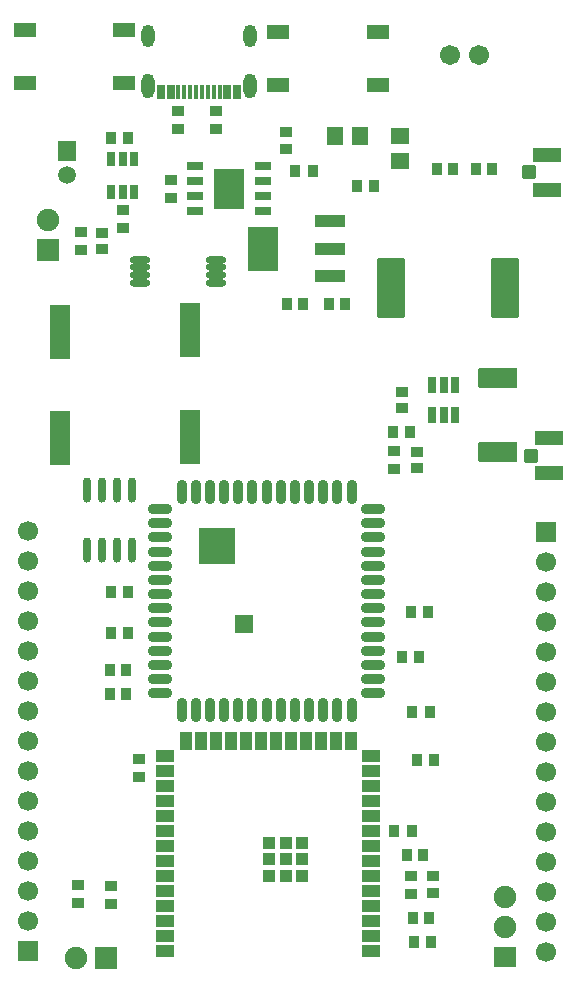
<source format=gts>
G04 Layer: TopSolderMaskLayer*
G04 EasyEDA v6.5.54, 2026-02-06 19:08:49*
G04 4cf94d710e704693a343972755933389,ab8ce68afc924fbca291fda1b5b5a17a,10*
G04 Gerber Generator version 0.2*
G04 Scale: 100 percent, Rotated: No, Reflected: No *
G04 Dimensions in millimeters *
G04 leading zeros omitted , absolute positions ,4 integer and 5 decimal *
%FSLAX45Y45*%
%MOMM*%

%AMMACRO1*4,1,8,-0.7207,-0.812,-0.75,-0.7827,-0.75,0.7827,-0.7207,0.812,0.7207,0.812,0.75,0.7827,0.75,-0.7827,0.7207,-0.812,-0.7207,-0.812,0*%
%AMMACRO2*4,1,8,-0.9211,-0.9508,-0.9508,-0.921,-0.9508,0.9211,-0.9211,0.9508,0.921,0.9508,0.9508,0.9211,0.9508,-0.921,0.921,-0.9508,-0.9211,-0.9508,0*%
%AMMACRO3*4,1,8,-0.9211,-0.5508,-0.9508,-0.521,-0.9508,0.5211,-0.9211,0.5508,0.921,0.5508,0.9508,0.5211,0.9508,-0.521,0.921,-0.5508,-0.9211,-0.5508,0*%
%AMMACRO4*4,1,8,-0.2711,-0.6008,-0.3008,-0.571,-0.3008,0.5711,-0.2711,0.6008,0.271,0.6008,0.3008,0.5711,0.3008,-0.571,0.271,-0.6008,-0.2711,-0.6008,0*%
%AMMACRO5*4,1,8,-0.1711,-0.6008,-0.2008,-0.571,-0.2008,0.5711,-0.1711,0.6008,0.171,0.6008,0.2008,0.5711,0.2008,-0.571,0.171,-0.6008,-0.1711,-0.6008,0*%
%AMMACRO6*4,1,8,-0.846,-2.3008,-0.8758,-2.271,-0.8758,2.2711,-0.846,2.3008,0.846,2.3008,0.8758,2.2711,0.8758,-2.271,0.846,-2.3008,-0.846,-2.3008,0*%
%AMMACRO7*4,1,8,-0.7208,-0.701,-0.7506,-0.6713,-0.7506,0.6713,-0.7208,0.701,0.7208,0.701,0.7506,0.6713,0.7506,-0.6713,0.7208,-0.701,-0.7208,-0.701,0*%
%AMMACRO8*4,1,8,-0.6713,-0.7506,-0.701,-0.7208,-0.701,0.7208,-0.6713,0.7506,0.6713,0.7506,0.701,0.7208,0.701,-0.7208,0.6713,-0.7506,-0.6713,-0.7506,0*%
%AMMACRO9*4,1,8,-0.4531,-0.454,-0.4828,-0.4243,-0.4828,0.4243,-0.4531,0.454,0.453,0.454,0.4828,0.4243,0.4828,-0.4243,0.453,-0.454,-0.4531,-0.454,0*%
%AMMACRO10*4,1,8,-0.6211,-0.3508,-0.6508,-0.321,-0.6508,0.3211,-0.6211,0.3508,0.621,0.3508,0.6508,0.3211,0.6508,-0.321,0.621,-0.3508,-0.6211,-0.3508,0*%
%AMMACRO11*4,1,8,-1.2211,-1.7008,-1.2508,-1.671,-1.2508,1.6711,-1.2211,1.7008,1.221,1.7008,1.2508,1.6711,1.2508,-1.671,1.221,-1.7008,-1.2211,-1.7008,0*%
%AMMACRO12*4,1,8,-1.2561,-0.5408,-1.2858,-0.511,-1.2858,0.5111,-1.2561,0.5408,1.256,0.5408,1.2858,0.5111,1.2858,-0.511,1.256,-0.5408,-1.2561,-0.5408,0*%
%AMMACRO13*4,1,8,-1.2561,-0.5408,-1.2858,-0.511,-1.2858,0.511,-1.2561,0.5408,1.256,0.5408,1.2858,0.511,1.2858,-0.511,1.256,-0.5408,-1.2561,-0.5408,0*%
%AMMACRO14*4,1,8,-1.2561,-1.8508,-1.2858,-1.821,-1.2858,1.8211,-1.2561,1.8508,1.256,1.8508,1.2858,1.8211,1.2858,-1.821,1.256,-1.8508,-1.2561,-1.8508,0*%
%AMMACRO15*4,1,8,-0.4243,-0.4828,-0.454,-0.453,-0.454,0.4531,-0.4243,0.4828,0.4243,0.4828,0.454,0.4531,0.454,-0.453,0.4243,-0.4828,-0.4243,-0.4828,0*%
%AMMACRO16*4,1,8,-0.4711,-0.4508,-0.5008,-0.421,-0.5008,0.4211,-0.4711,0.4508,0.471,0.4508,0.5008,0.4211,0.5008,-0.421,0.471,-0.4508,-0.4711,-0.4508,0*%
%AMMACRO17*4,1,8,-0.4211,-0.5008,-0.4508,-0.471,-0.4508,0.4711,-0.4211,0.5008,0.421,0.5008,0.4508,0.4711,0.4508,-0.471,0.421,-0.5008,-0.4211,-0.5008,0*%
%AMMACRO18*4,1,8,-1.6213,-0.8128,-1.651,-0.783,-1.651,0.7831,-1.6213,0.8128,1.6212,0.8128,1.651,0.7831,1.651,-0.783,1.6212,-0.8128,-1.6213,-0.8128,0*%
%AMMACRO19*4,1,8,-0.3171,-0.6016,-0.3766,-0.5421,-0.3766,0.5421,-0.3171,0.6016,0.3171,0.6016,0.3766,0.5421,0.3766,-0.5421,0.3171,-0.6016,-0.3171,-0.6016,0*%
%AMMACRO20*4,1,8,-0.3211,-0.6508,-0.3508,-0.621,-0.3508,0.6211,-0.3211,0.6508,0.321,0.6508,0.3508,0.6211,0.3508,-0.621,0.321,-0.6508,-0.3211,-0.6508,0*%
%AMMACRO21*4,1,8,-1.1211,-2.5008,-1.1508,-2.471,-1.1508,2.4711,-1.1211,2.5008,1.121,2.5008,1.1508,2.4711,1.1508,-2.471,1.121,-2.5008,-1.1211,-2.5008,0*%
%AMMACRO22*4,1,8,-1.5207,-1.55,-1.55,-1.5207,-1.55,1.5207,-1.5207,1.55,1.5207,1.55,1.55,1.5207,1.55,-1.5207,1.5207,-1.55,-1.5207,-1.55,0*%
%AMMACRO23*4,1,8,-0.7707,-0.8,-0.8,-0.7707,-0.8,0.7707,-0.7707,0.8,0.7707,0.8,0.8,0.7707,0.8,-0.7707,0.7707,-0.8,-0.7707,-0.8,0*%
%AMMACRO24*4,1,8,-0.7707,-0.5,-0.8,-0.4707,-0.8,0.4707,-0.7707,0.5,0.7707,0.5,0.8,0.4707,0.8,-0.4707,0.7707,-0.5,-0.7707,-0.5,0*%
%AMMACRO25*4,1,8,-0.4707,-0.8,-0.5,-0.7707,-0.5,0.7707,-0.4707,0.8,0.4707,0.8,0.5,0.7707,0.5,-0.7707,0.4707,-0.8,-0.4707,-0.8,0*%
%AMMACRO26*4,1,8,-0.4711,-0.5008,-0.5008,-0.471,-0.5008,0.4711,-0.4711,0.5008,0.4711,0.5008,0.5008,0.4711,0.5008,-0.471,0.4711,-0.5008,-0.4711,-0.5008,0*%
%AMMACRO27*4,1,8,-0.4711,-0.5008,-0.5008,-0.471,-0.5008,0.4711,-0.4711,0.5008,0.471,0.5008,0.5008,0.4711,0.5008,-0.471,0.471,-0.5008,-0.4711,-0.5008,0*%
%AMMACRO28*4,1,8,-0.4711,-0.5008,-0.5008,-0.4711,-0.5008,0.4711,-0.4711,0.5008,0.4711,0.5008,0.5008,0.4711,0.5008,-0.4711,0.4711,-0.5008,-0.4711,-0.5008,0*%
%AMMACRO29*4,1,8,-0.4711,-0.5008,-0.5008,-0.4711,-0.5008,0.4711,-0.4711,0.5008,0.471,0.5008,0.5008,0.4711,0.5008,-0.4711,0.471,-0.5008,-0.4711,-0.5008,0*%
%AMMACRO30*4,1,8,-0.8207,-0.85,-0.85,-0.8207,-0.85,0.8207,-0.8207,0.85,0.8207,0.85,0.85,0.8207,0.85,-0.8207,0.8207,-0.85,-0.8207,-0.85,0*%
%AMMACRO31*4,1,8,-0.9211,-0.8382,-0.9508,-0.8084,-0.9508,0.8085,-0.9211,0.8382,0.921,0.8382,0.9508,0.8085,0.9508,-0.8084,0.921,-0.8382,-0.9211,-0.8382,0*%
%AMMACRO32*4,1,8,-0.546,-0.5508,-0.5758,-0.521,-0.5758,0.5211,-0.546,0.5508,0.546,0.5508,0.5758,0.5211,0.5758,-0.521,0.546,-0.5508,-0.546,-0.5508,0*%
%AMMACRO33*4,1,8,-1.1211,-0.5758,-1.1508,-0.546,-1.1508,0.546,-1.1211,0.5758,1.121,0.5758,1.1508,0.546,1.1508,-0.546,1.121,-0.5758,-1.1211,-0.5758,0*%
%ADD10MACRO1*%
%ADD11C,1.5000*%
%ADD12C,1.9016*%
%ADD13MACRO2*%
%ADD14MACRO3*%
%ADD15MACRO4*%
%ADD16MACRO5*%
%ADD17O,1.101598X2.101596*%
%ADD18O,0.0163X2.101596*%
%ADD19O,1.101598X1.901596*%
%ADD20MACRO6*%
%ADD21MACRO7*%
%ADD22MACRO8*%
%ADD23MACRO9*%
%ADD24MACRO10*%
%ADD25MACRO11*%
%ADD26MACRO12*%
%ADD27MACRO13*%
%ADD28MACRO14*%
%ADD29MACRO15*%
%ADD30MACRO16*%
%ADD31MACRO17*%
%ADD32MACRO18*%
%ADD33O,1.703197X0.603199*%
%ADD34MACRO19*%
%ADD35MACRO20*%
%ADD36MACRO21*%
%ADD37C,1.7016*%
%ADD38O,0.900024X2.100021*%
%ADD39O,2.100021X0.900024*%
%ADD40MACRO22*%
%ADD41MACRO23*%
%ADD42MACRO24*%
%ADD43MACRO25*%
%ADD44MACRO26*%
%ADD45MACRO27*%
%ADD46MACRO28*%
%ADD47MACRO29*%
%ADD48O,0.68961X2.146605*%
%ADD49MACRO30*%
%ADD50C,1.7000*%
%ADD51MACRO31*%
%ADD52MACRO32*%
%ADD53MACRO33*%

%LPD*%
D10*
G01*
X1333423Y2551099D03*
D11*
G01*
X1333423Y2351100D03*
D12*
G01*
X1168400Y1968500D03*
D13*
G01*
X1168400Y1714500D03*
D14*
G01*
X1817098Y3127865D03*
G01*
X1817098Y3577877D03*
G01*
X977099Y3127865D03*
G01*
X977099Y3577877D03*
G01*
X3963398Y3115165D03*
G01*
X3963398Y3565177D03*
G01*
X3123399Y3115165D03*
G01*
X3123399Y3565177D03*
D15*
G01*
X2131160Y3051938D03*
G01*
X2211144Y3051938D03*
D16*
G01*
X2276143Y3051963D03*
G01*
X2326181Y3051862D03*
G01*
X2376143Y3051963D03*
G01*
X2426155Y3051963D03*
G01*
X2476143Y3051963D03*
G01*
X2526155Y3051963D03*
G01*
X2576142Y3051963D03*
G01*
X2626155Y3051862D03*
D15*
G01*
X2691154Y3051938D03*
G01*
X2771138Y3051938D03*
D17*
G01*
X2883154Y3106978D03*
G01*
X2019147Y3106953D03*
D19*
G01*
X2019147Y3526967D03*
G01*
X2883154Y3526967D03*
D20*
G01*
X1270000Y1021497D03*
G01*
X1270000Y121502D03*
G01*
X2374900Y1034197D03*
G01*
X2374900Y134202D03*
D21*
G01*
X4152900Y2683128D03*
G01*
X4152900Y2473071D03*
D22*
G01*
X3603370Y2679700D03*
G01*
X3813429Y2679700D03*
D23*
G01*
X2590800Y2744075D03*
G01*
X2590800Y2894724D03*
G01*
X2273300Y2744075D03*
G01*
X2273300Y2894724D03*
D24*
G01*
X2414269Y2425700D03*
G01*
X2414269Y2298700D03*
G01*
X2414269Y2171700D03*
G01*
X2414269Y2044700D03*
G01*
X2995930Y2044700D03*
G01*
X2995930Y2171700D03*
G01*
X2995930Y2298700D03*
G01*
X2995930Y2425700D03*
D25*
G01*
X2705100Y2235198D03*
D26*
G01*
X3560099Y1497199D03*
D27*
G01*
X3560099Y1727200D03*
D26*
G01*
X3560099Y1957200D03*
D28*
G01*
X2993100Y1727200D03*
D29*
G01*
X3264775Y2387600D03*
G01*
X3415424Y2387600D03*
G01*
X3936124Y2260600D03*
G01*
X3785475Y2260600D03*
D23*
G01*
X2209800Y2159875D03*
G01*
X2209800Y2310524D03*
G01*
X1803400Y2056524D03*
G01*
X1803400Y1905875D03*
G01*
X1447800Y1715375D03*
G01*
X1447800Y1866024D03*
G01*
X4102100Y11824D03*
G01*
X4102100Y-138824D03*
D30*
G01*
X1625600Y1720700D03*
G01*
X1625600Y1860699D03*
D31*
G01*
X1708000Y2667000D03*
G01*
X1847999Y2667000D03*
D30*
G01*
X3187700Y2571600D03*
G01*
X3187700Y2711599D03*
G01*
X4292600Y6499D03*
G01*
X4292600Y-133499D03*
G01*
X4165600Y374500D03*
G01*
X4165600Y514499D03*
D32*
G01*
X4978400Y6350D03*
G01*
X4978400Y628650D03*
D33*
G01*
X2593340Y1439163D03*
G01*
X2593340Y1504187D03*
G01*
X2593340Y1569212D03*
G01*
X2593340Y1634236D03*
G01*
X1953259Y1439163D03*
G01*
X1953259Y1504187D03*
G01*
X1953259Y1569212D03*
G01*
X1953259Y1634236D03*
D34*
G01*
X1898396Y2209495D03*
G01*
X1803400Y2209495D03*
G01*
X1708403Y2209495D03*
G01*
X1708403Y2489504D03*
G01*
X1803400Y2489504D03*
G01*
X1898396Y2489504D03*
D35*
G01*
X4426198Y574499D03*
G01*
X4521200Y574499D03*
G01*
X4616201Y574499D03*
G01*
X4616201Y314500D03*
G01*
X4521200Y314500D03*
G01*
X4426198Y314500D03*
D36*
G01*
X4079300Y1396998D03*
G01*
X5039299Y1396998D03*
D31*
G01*
X3549500Y1257300D03*
G01*
X3689499Y1257300D03*
G01*
X3333899Y1257300D03*
G01*
X3193900Y1257300D03*
G01*
X4400699Y-3937000D03*
G01*
X4260700Y-3937000D03*
G01*
X4413399Y-4140200D03*
G01*
X4273400Y-4140200D03*
D30*
G01*
X4432300Y-3727599D03*
G01*
X4432300Y-3587600D03*
D31*
G01*
X4209900Y-3403600D03*
G01*
X4349899Y-3403600D03*
G01*
X1847999Y-1524000D03*
G01*
X1708000Y-1524000D03*
G01*
X4794100Y2400300D03*
G01*
X4934099Y2400300D03*
G01*
X4603899Y2400300D03*
G01*
X4463900Y2400300D03*
G01*
X1835299Y-1841500D03*
G01*
X1695300Y-1841500D03*
G01*
X1835299Y-2044700D03*
G01*
X1695300Y-2044700D03*
D37*
G01*
X4823993Y3365500D03*
G01*
X4574006Y3365500D03*
D23*
G01*
X4241800Y-3582275D03*
G01*
X4241800Y-3732924D03*
G01*
X1943100Y-2591675D03*
G01*
X1943100Y-2742324D03*
D29*
G01*
X4406024Y-2197100D03*
G01*
X4255375Y-2197100D03*
G01*
X4317124Y-1727200D03*
G01*
X4166475Y-1727200D03*
G01*
X4102975Y-3200400D03*
G01*
X4253624Y-3200400D03*
G01*
X1702675Y-1181100D03*
G01*
X1853324Y-1181100D03*
G01*
X4444124Y-2603500D03*
G01*
X4293475Y-2603500D03*
G01*
X4393324Y-1346200D03*
G01*
X4242675Y-1346200D03*
D23*
G01*
X1422400Y-3658475D03*
G01*
X1422400Y-3809124D03*
G01*
X1701800Y-3671175D03*
G01*
X1701800Y-3821824D03*
D38*
G01*
X3742588Y-337312D03*
G01*
X3622598Y-337312D03*
G01*
X3502609Y-337312D03*
G01*
X3382594Y-337312D03*
G01*
X3262604Y-337312D03*
G01*
X3142589Y-337312D03*
G01*
X3022600Y-337312D03*
G01*
X2902584Y-337312D03*
G01*
X2782595Y-337312D03*
G01*
X2662605Y-337312D03*
G01*
X2542590Y-337312D03*
G01*
X2422601Y-337312D03*
G01*
X2302586Y-337312D03*
D39*
G01*
X3922598Y-477316D03*
G01*
X3922598Y-597306D03*
G01*
X3922598Y-717321D03*
G01*
X3922598Y-837311D03*
G01*
X3922598Y-957326D03*
G01*
X3922598Y-1077315D03*
G01*
X3922598Y-1197305D03*
G01*
X3922598Y-1317320D03*
G01*
X3922598Y-1437309D03*
G01*
X3922598Y-1557324D03*
G01*
X3922598Y-1677314D03*
G01*
X3922598Y-1797329D03*
G01*
X3922598Y-1917319D03*
G01*
X3922598Y-2037308D03*
D38*
G01*
X3742588Y-2177313D03*
G01*
X3622598Y-2177313D03*
G01*
X3502609Y-2177313D03*
G01*
X3382594Y-2177313D03*
G01*
X3262604Y-2177313D03*
G01*
X3142589Y-2177313D03*
G01*
X3022600Y-2177313D03*
G01*
X2902584Y-2177313D03*
G01*
X2782595Y-2177313D03*
G01*
X2662605Y-2177313D03*
G01*
X2542590Y-2177313D03*
G01*
X2422601Y-2177313D03*
G01*
X2302586Y-2177313D03*
D39*
G01*
X2122601Y-477316D03*
G01*
X2122601Y-597306D03*
G01*
X2122601Y-717321D03*
G01*
X2122601Y-837311D03*
G01*
X2122601Y-957326D03*
G01*
X2122601Y-1077315D03*
G01*
X2122601Y-1197305D03*
G01*
X2122601Y-1317320D03*
G01*
X2122601Y-1437309D03*
G01*
X2122601Y-1557324D03*
G01*
X2122601Y-1677314D03*
G01*
X2122601Y-1797329D03*
G01*
X2122601Y-1917319D03*
G01*
X2122601Y-2037308D03*
D40*
G01*
X2602593Y-787311D03*
D41*
G01*
X2832615Y-1447304D03*
D42*
G01*
X3910300Y-4216895D03*
G01*
X3910299Y-4089895D03*
G01*
X3910299Y-3962895D03*
G01*
X3910299Y-3835895D03*
G01*
X3910299Y-3708895D03*
G01*
X3910299Y-3581895D03*
G01*
X3910299Y-3454895D03*
G01*
X3910299Y-3327895D03*
G01*
X3910299Y-3200895D03*
G01*
X3910299Y-3073895D03*
G01*
X3910299Y-2946895D03*
G01*
X3910299Y-2819895D03*
G01*
X3910299Y-2692895D03*
G01*
X3910299Y-2565895D03*
D43*
G01*
X3733800Y-2437894D03*
G01*
X3606800Y-2437894D03*
G01*
X3479800Y-2437894D03*
G01*
X3352800Y-2437894D03*
G01*
X3225800Y-2437894D03*
G01*
X3098800Y-2437894D03*
G01*
X2971800Y-2437894D03*
G01*
X2844800Y-2437894D03*
G01*
X2717800Y-2437894D03*
G01*
X2590800Y-2437894D03*
G01*
X2463800Y-2437894D03*
G01*
X2336800Y-2440899D03*
D42*
G01*
X2160300Y-2565895D03*
G01*
X2160300Y-2692895D03*
G01*
X2160300Y-2819895D03*
G01*
X2160300Y-2946895D03*
G01*
X2160300Y-3073895D03*
G01*
X2160300Y-3200895D03*
G01*
X2160300Y-3327895D03*
G01*
X2160300Y-3454895D03*
G01*
X2160300Y-3581895D03*
G01*
X2160300Y-3708895D03*
G01*
X2160300Y-3835895D03*
G01*
X2160300Y-3962895D03*
G01*
X2160300Y-4089895D03*
G01*
X2160300Y-4216895D03*
D44*
G01*
X3045310Y-3304885D03*
D45*
G01*
X3185309Y-3304875D03*
G01*
X3325307Y-3304885D03*
G01*
X3325307Y-3584884D03*
G01*
X3185309Y-3584884D03*
D44*
G01*
X3045310Y-3584884D03*
D46*
G01*
X3045310Y-3444885D03*
D47*
G01*
X3325308Y-3444885D03*
G01*
X3185309Y-3444885D03*
D48*
G01*
X1879600Y-314502D03*
G01*
X1752600Y-314502D03*
G01*
X1625600Y-314502D03*
G01*
X1498600Y-314502D03*
G01*
X1879600Y-828497D03*
G01*
X1752600Y-828497D03*
G01*
X1625600Y-828497D03*
G01*
X1498600Y-828497D03*
D29*
G01*
X4240924Y177800D03*
G01*
X4090275Y177800D03*
D49*
G01*
X5384801Y-673101D03*
D50*
G01*
X5384800Y-927100D03*
G01*
X5384800Y-1181100D03*
G01*
X5384800Y-1435100D03*
G01*
X5384800Y-1689100D03*
G01*
X5384800Y-1943100D03*
G01*
X5384800Y-2197100D03*
G01*
X5384800Y-2451100D03*
G01*
X5384800Y-2705100D03*
G01*
X5384800Y-2959100D03*
G01*
X5384800Y-3213100D03*
G01*
X5384800Y-3467100D03*
G01*
X5384800Y-3721100D03*
G01*
X5384800Y-3975100D03*
G01*
X5384800Y-4229100D03*
D49*
G01*
X1003301Y-4216401D03*
D50*
G01*
X1003300Y-3962400D03*
G01*
X1003300Y-3708400D03*
G01*
X1003300Y-3454400D03*
G01*
X1003300Y-3200400D03*
G01*
X1003300Y-2946400D03*
G01*
X1003300Y-2692400D03*
G01*
X1003300Y-2438400D03*
G01*
X1003300Y-2184400D03*
G01*
X1003300Y-1930400D03*
G01*
X1003300Y-1676400D03*
G01*
X1003300Y-1422400D03*
G01*
X1003300Y-1168400D03*
G01*
X1003300Y-914400D03*
G01*
X1003300Y-660400D03*
D12*
G01*
X5041900Y-3759200D03*
G01*
X5041900Y-4013200D03*
D51*
G01*
X5041900Y-4267200D03*
D12*
G01*
X1409700Y-4279900D03*
D13*
G01*
X1663700Y-4279900D03*
D52*
G01*
X5257749Y-25400D03*
D53*
G01*
X5410248Y-172900D03*
G01*
X5410248Y122100D03*
D52*
G01*
X5245049Y2374900D03*
D53*
G01*
X5397548Y2227399D03*
G01*
X5397548Y2522400D03*
M02*

</source>
